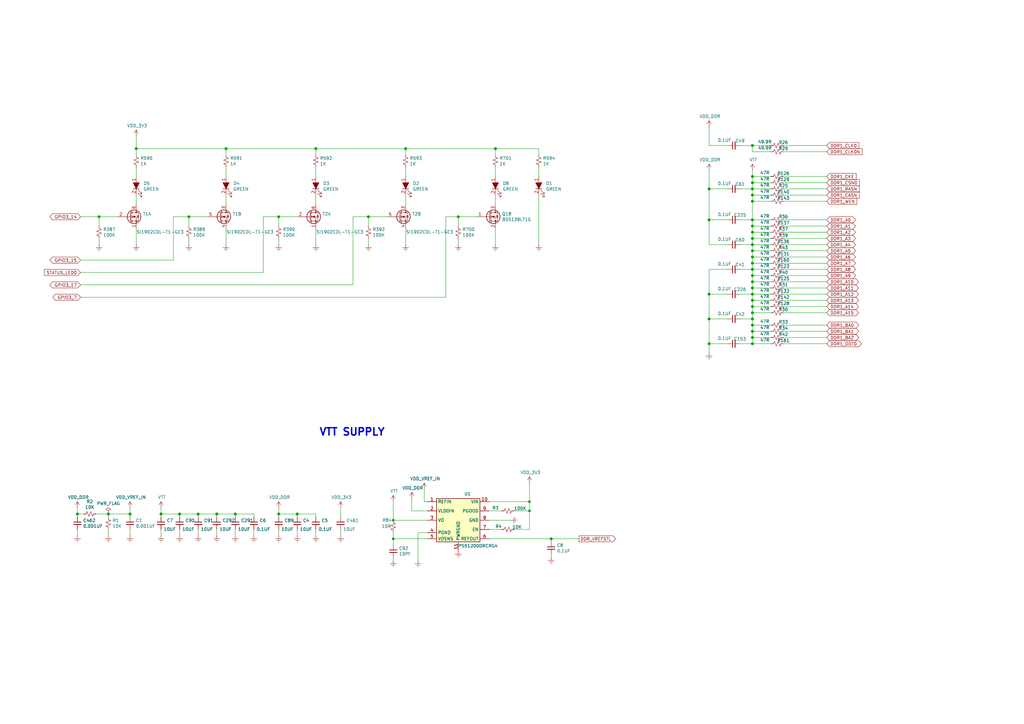
<source format=kicad_sch>
(kicad_sch (version 20210126) (generator eeschema)
  (paper "A3")
  (title_block (title "BeagleBone AI AM57x") (date "2021-01-15") (rev "Kicad-A1") (company "KiCad Services Corporation"))
  (junction (at 31.75 210.82) (diameter 1.016))
  (junction (at 40.64 88.9) (diameter 1.016))
  (junction (at 44.45 210.82) (diameter 1.016))
  (junction (at 53.34 210.82) (diameter 1.016))
  (junction (at 55.88 60.96) (diameter 1.016))
  (junction (at 66.04 210.82) (diameter 1.016))
  (junction (at 73.66 210.82) (diameter 1.016))
  (junction (at 77.47 88.9) (diameter 1.016))
  (junction (at 81.28 210.82) (diameter 1.016))
  (junction (at 88.9 210.82) (diameter 1.016))
  (junction (at 92.71 60.96) (diameter 1.016))
  (junction (at 96.52 210.82) (diameter 1.016))
  (junction (at 114.3 88.9) (diameter 1.016))
  (junction (at 114.3 210.82) (diameter 1.016))
  (junction (at 121.92 210.82) (diameter 1.016))
  (junction (at 129.54 60.96) (diameter 1.016))
  (junction (at 151.13 88.9) (diameter 1.016))
  (junction (at 161.29 213.36) (diameter 0.9144))
  (junction (at 161.29 220.98) (diameter 0.9144))
  (junction (at 166.37 60.96) (diameter 1.016))
  (junction (at 187.96 88.9) (diameter 1.016))
  (junction (at 203.2 60.96) (diameter 1.016))
  (junction (at 217.17 205.74) (diameter 0.9144))
  (junction (at 217.17 209.55) (diameter 0.9144))
  (junction (at 226.06 220.98) (diameter 1.016))
  (junction (at 290.83 77.47) (diameter 1.016))
  (junction (at 290.83 90.17) (diameter 1.016))
  (junction (at 290.83 120.65) (diameter 1.016))
  (junction (at 290.83 130.81) (diameter 1.016))
  (junction (at 290.83 140.97) (diameter 1.016))
  (junction (at 308.61 59.69) (diameter 1.016))
  (junction (at 308.61 72.39) (diameter 1.016))
  (junction (at 308.61 74.93) (diameter 1.016))
  (junction (at 308.61 77.47) (diameter 1.016))
  (junction (at 308.61 80.01) (diameter 1.016))
  (junction (at 308.61 82.55) (diameter 1.016))
  (junction (at 308.61 90.17) (diameter 1.016))
  (junction (at 308.61 92.71) (diameter 1.016))
  (junction (at 308.61 95.25) (diameter 1.016))
  (junction (at 308.61 97.79) (diameter 1.016))
  (junction (at 308.61 100.33) (diameter 1.016))
  (junction (at 308.61 102.87) (diameter 1.016))
  (junction (at 308.61 105.41) (diameter 1.016))
  (junction (at 308.61 107.95) (diameter 1.016))
  (junction (at 308.61 110.49) (diameter 1.016))
  (junction (at 308.61 113.03) (diameter 1.016))
  (junction (at 308.61 115.57) (diameter 1.016))
  (junction (at 308.61 118.11) (diameter 1.016))
  (junction (at 308.61 120.65) (diameter 1.016))
  (junction (at 308.61 123.19) (diameter 1.016))
  (junction (at 308.61 125.73) (diameter 1.016))
  (junction (at 308.61 128.27) (diameter 1.016))
  (junction (at 308.61 130.81) (diameter 1.016))
  (junction (at 308.61 133.35) (diameter 1.016))
  (junction (at 308.61 135.89) (diameter 1.016))
  (junction (at 308.61 138.43) (diameter 1.016))
  (junction (at 308.61 140.97) (diameter 1.016))
  (wire (pts (xy 31.75 208.28) (xy 31.75 210.82)))
  (wire (pts (xy 31.75 210.82) (xy 31.75 212.09)))
  (wire (pts (xy 31.75 210.82) (xy 34.29 210.82)))
  (wire (pts (xy 31.75 217.17) (xy 31.75 219.71)))
  (wire (pts (xy 33.02 88.9) (xy 40.64 88.9)))
  (wire (pts (xy 33.02 106.68) (xy 71.12 106.68)))
  (wire (pts (xy 33.02 111.76) (xy 107.95 111.76)))
  (wire (pts (xy 33.02 116.84) (xy 144.78 116.84)))
  (wire (pts (xy 33.02 121.92) (xy 182.88 121.92)))
  (wire (pts (xy 39.37 210.82) (xy 44.45 210.82)))
  (wire (pts (xy 40.64 88.9) (xy 48.26 88.9)))
  (wire (pts (xy 40.64 92.71) (xy 40.64 88.9)))
  (wire (pts (xy 40.64 97.79) (xy 40.64 100.33)))
  (wire (pts (xy 44.45 210.82) (xy 44.45 212.09)))
  (wire (pts (xy 44.45 210.82) (xy 53.34 210.82)))
  (wire (pts (xy 44.45 217.17) (xy 44.45 219.71)))
  (wire (pts (xy 53.34 210.82) (xy 53.34 208.28)))
  (wire (pts (xy 53.34 210.82) (xy 53.34 212.09)))
  (wire (pts (xy 53.34 217.17) (xy 53.34 219.71)))
  (wire (pts (xy 55.88 55.88) (xy 55.88 60.96)))
  (wire (pts (xy 55.88 60.96) (xy 55.88 63.5)))
  (wire (pts (xy 55.88 68.58) (xy 55.88 72.39)))
  (wire (pts (xy 55.88 80.01) (xy 55.88 83.82)))
  (wire (pts (xy 55.88 93.98) (xy 55.88 100.33)))
  (wire (pts (xy 66.04 210.82) (xy 66.04 208.28)))
  (wire (pts (xy 66.04 210.82) (xy 66.04 212.09)))
  (wire (pts (xy 66.04 217.17) (xy 66.04 219.71)))
  (wire (pts (xy 71.12 88.9) (xy 77.47 88.9)))
  (wire (pts (xy 71.12 106.68) (xy 71.12 88.9)))
  (wire (pts (xy 73.66 210.82) (xy 66.04 210.82)))
  (wire (pts (xy 73.66 210.82) (xy 73.66 212.09)))
  (wire (pts (xy 73.66 217.17) (xy 73.66 219.71)))
  (wire (pts (xy 77.47 88.9) (xy 85.09 88.9)))
  (wire (pts (xy 77.47 92.71) (xy 77.47 88.9)))
  (wire (pts (xy 77.47 97.79) (xy 77.47 100.33)))
  (wire (pts (xy 81.28 210.82) (xy 73.66 210.82)))
  (wire (pts (xy 81.28 210.82) (xy 81.28 212.09)))
  (wire (pts (xy 81.28 217.17) (xy 81.28 219.71)))
  (wire (pts (xy 88.9 210.82) (xy 81.28 210.82)))
  (wire (pts (xy 88.9 210.82) (xy 88.9 212.09)))
  (wire (pts (xy 88.9 217.17) (xy 88.9 219.71)))
  (wire (pts (xy 92.71 60.96) (xy 55.88 60.96)))
  (wire (pts (xy 92.71 60.96) (xy 92.71 63.5)))
  (wire (pts (xy 92.71 68.58) (xy 92.71 72.39)))
  (wire (pts (xy 92.71 80.01) (xy 92.71 83.82)))
  (wire (pts (xy 92.71 93.98) (xy 92.71 100.33)))
  (wire (pts (xy 96.52 210.82) (xy 88.9 210.82)))
  (wire (pts (xy 96.52 210.82) (xy 96.52 212.09)))
  (wire (pts (xy 96.52 217.17) (xy 96.52 219.71)))
  (wire (pts (xy 104.14 210.82) (xy 96.52 210.82)))
  (wire (pts (xy 104.14 210.82) (xy 104.14 212.09)))
  (wire (pts (xy 104.14 217.17) (xy 104.14 219.71)))
  (wire (pts (xy 107.95 88.9) (xy 114.3 88.9)))
  (wire (pts (xy 107.95 111.76) (xy 107.95 88.9)))
  (wire (pts (xy 114.3 88.9) (xy 121.92 88.9)))
  (wire (pts (xy 114.3 92.71) (xy 114.3 88.9)))
  (wire (pts (xy 114.3 97.79) (xy 114.3 100.33)))
  (wire (pts (xy 114.3 208.28) (xy 114.3 210.82)))
  (wire (pts (xy 114.3 210.82) (xy 114.3 212.09)))
  (wire (pts (xy 114.3 217.17) (xy 114.3 219.71)))
  (wire (pts (xy 121.92 210.82) (xy 114.3 210.82)))
  (wire (pts (xy 121.92 210.82) (xy 121.92 212.09)))
  (wire (pts (xy 121.92 217.17) (xy 121.92 219.71)))
  (wire (pts (xy 129.54 60.96) (xy 92.71 60.96)))
  (wire (pts (xy 129.54 60.96) (xy 129.54 63.5)))
  (wire (pts (xy 129.54 68.58) (xy 129.54 72.39)))
  (wire (pts (xy 129.54 80.01) (xy 129.54 83.82)))
  (wire (pts (xy 129.54 93.98) (xy 129.54 100.33)))
  (wire (pts (xy 129.54 210.82) (xy 121.92 210.82)))
  (wire (pts (xy 129.54 210.82) (xy 129.54 212.09)))
  (wire (pts (xy 129.54 217.17) (xy 129.54 219.71)))
  (wire (pts (xy 139.7 208.28) (xy 139.7 212.09)))
  (wire (pts (xy 139.7 217.17) (xy 139.7 219.71)))
  (wire (pts (xy 144.78 88.9) (xy 151.13 88.9)))
  (wire (pts (xy 144.78 116.84) (xy 144.78 88.9)))
  (wire (pts (xy 151.13 88.9) (xy 158.75 88.9)))
  (wire (pts (xy 151.13 92.71) (xy 151.13 88.9)))
  (wire (pts (xy 151.13 97.79) (xy 151.13 100.33)))
  (wire (pts (xy 161.29 205.74) (xy 161.29 213.36)))
  (wire (pts (xy 161.29 213.36) (xy 175.26 213.36)))
  (wire (pts (xy 161.29 218.44) (xy 161.29 220.98)))
  (wire (pts (xy 161.29 220.98) (xy 161.29 223.52)))
  (wire (pts (xy 161.29 220.98) (xy 175.26 220.98)))
  (wire (pts (xy 161.29 228.6) (xy 161.29 229.87)))
  (wire (pts (xy 166.37 60.96) (xy 129.54 60.96)))
  (wire (pts (xy 166.37 60.96) (xy 166.37 63.5)))
  (wire (pts (xy 166.37 68.58) (xy 166.37 72.39)))
  (wire (pts (xy 166.37 80.01) (xy 166.37 83.82)))
  (wire (pts (xy 166.37 93.98) (xy 166.37 100.33)))
  (wire (pts (xy 168.91 204.47) (xy 168.91 209.55)))
  (wire (pts (xy 171.45 218.44) (xy 171.45 229.87)))
  (wire (pts (xy 171.45 218.44) (xy 175.26 218.44)))
  (wire (pts (xy 173.99 205.74) (xy 173.99 200.66)))
  (wire (pts (xy 175.26 205.74) (xy 173.99 205.74)))
  (wire (pts (xy 175.26 209.55) (xy 168.91 209.55)))
  (wire (pts (xy 182.88 88.9) (xy 187.96 88.9)))
  (wire (pts (xy 182.88 121.92) (xy 182.88 88.9)))
  (wire (pts (xy 187.96 88.9) (xy 195.58 88.9)))
  (wire (pts (xy 187.96 92.71) (xy 187.96 88.9)))
  (wire (pts (xy 187.96 97.79) (xy 187.96 100.33)))
  (wire (pts (xy 200.66 205.74) (xy 217.17 205.74)))
  (wire (pts (xy 200.66 209.55) (xy 205.74 209.55)))
  (wire (pts (xy 200.66 213.36) (xy 209.55 213.36)))
  (wire (pts (xy 200.66 217.17) (xy 205.74 217.17)))
  (wire (pts (xy 200.66 220.98) (xy 226.06 220.98)))
  (wire (pts (xy 203.2 60.96) (xy 166.37 60.96)))
  (wire (pts (xy 203.2 60.96) (xy 203.2 63.5)))
  (wire (pts (xy 203.2 68.58) (xy 203.2 72.39)))
  (wire (pts (xy 203.2 80.01) (xy 203.2 83.82)))
  (wire (pts (xy 203.2 93.98) (xy 203.2 100.33)))
  (wire (pts (xy 210.82 209.55) (xy 217.17 209.55)))
  (wire (pts (xy 210.82 217.17) (xy 217.17 217.17)))
  (wire (pts (xy 217.17 198.12) (xy 217.17 205.74)))
  (wire (pts (xy 217.17 205.74) (xy 217.17 209.55)))
  (wire (pts (xy 217.17 209.55) (xy 217.17 217.17)))
  (wire (pts (xy 220.98 60.96) (xy 203.2 60.96)))
  (wire (pts (xy 220.98 60.96) (xy 220.98 63.5)))
  (wire (pts (xy 220.98 68.58) (xy 220.98 72.39)))
  (wire (pts (xy 220.98 80.01) (xy 220.98 100.33)))
  (wire (pts (xy 226.06 220.98) (xy 226.06 222.25)))
  (wire (pts (xy 226.06 220.98) (xy 237.49 220.98)))
  (wire (pts (xy 226.06 227.33) (xy 226.06 228.6)))
  (wire (pts (xy 290.83 52.07) (xy 290.83 59.69)))
  (wire (pts (xy 290.83 69.85) (xy 290.83 77.47)))
  (wire (pts (xy 290.83 90.17) (xy 290.83 77.47)))
  (wire (pts (xy 290.83 100.33) (xy 290.83 90.17)))
  (wire (pts (xy 290.83 110.49) (xy 290.83 120.65)))
  (wire (pts (xy 290.83 120.65) (xy 290.83 130.81)))
  (wire (pts (xy 290.83 120.65) (xy 298.45 120.65)))
  (wire (pts (xy 290.83 130.81) (xy 290.83 140.97)))
  (wire (pts (xy 290.83 130.81) (xy 298.45 130.81)))
  (wire (pts (xy 290.83 140.97) (xy 290.83 144.78)))
  (wire (pts (xy 290.83 140.97) (xy 298.45 140.97)))
  (wire (pts (xy 298.45 59.69) (xy 290.83 59.69)))
  (wire (pts (xy 298.45 77.47) (xy 290.83 77.47)))
  (wire (pts (xy 298.45 90.17) (xy 290.83 90.17)))
  (wire (pts (xy 298.45 100.33) (xy 290.83 100.33)))
  (wire (pts (xy 298.45 110.49) (xy 290.83 110.49)))
  (wire (pts (xy 303.53 59.69) (xy 308.61 59.69)))
  (wire (pts (xy 303.53 77.47) (xy 308.61 77.47)))
  (wire (pts (xy 303.53 90.17) (xy 308.61 90.17)))
  (wire (pts (xy 303.53 100.33) (xy 308.61 100.33)))
  (wire (pts (xy 303.53 110.49) (xy 308.61 110.49)))
  (wire (pts (xy 303.53 120.65) (xy 308.61 120.65)))
  (wire (pts (xy 303.53 130.81) (xy 308.61 130.81)))
  (wire (pts (xy 303.53 140.97) (xy 308.61 140.97)))
  (wire (pts (xy 308.61 59.69) (xy 308.61 62.23)))
  (wire (pts (xy 308.61 59.69) (xy 316.23 59.69)))
  (wire (pts (xy 308.61 62.23) (xy 316.23 62.23)))
  (wire (pts (xy 308.61 69.85) (xy 308.61 72.39)))
  (wire (pts (xy 308.61 72.39) (xy 308.61 74.93)))
  (wire (pts (xy 308.61 72.39) (xy 316.23 72.39)))
  (wire (pts (xy 308.61 74.93) (xy 308.61 77.47)))
  (wire (pts (xy 308.61 74.93) (xy 316.23 74.93)))
  (wire (pts (xy 308.61 77.47) (xy 308.61 80.01)))
  (wire (pts (xy 308.61 77.47) (xy 316.23 77.47)))
  (wire (pts (xy 308.61 80.01) (xy 308.61 82.55)))
  (wire (pts (xy 308.61 80.01) (xy 316.23 80.01)))
  (wire (pts (xy 308.61 82.55) (xy 308.61 90.17)))
  (wire (pts (xy 308.61 90.17) (xy 316.23 90.17)))
  (wire (pts (xy 308.61 92.71) (xy 308.61 90.17)))
  (wire (pts (xy 308.61 92.71) (xy 316.23 92.71)))
  (wire (pts (xy 308.61 95.25) (xy 308.61 92.71)))
  (wire (pts (xy 308.61 95.25) (xy 316.23 95.25)))
  (wire (pts (xy 308.61 97.79) (xy 308.61 95.25)))
  (wire (pts (xy 308.61 97.79) (xy 316.23 97.79)))
  (wire (pts (xy 308.61 100.33) (xy 308.61 97.79)))
  (wire (pts (xy 308.61 100.33) (xy 316.23 100.33)))
  (wire (pts (xy 308.61 102.87) (xy 308.61 100.33)))
  (wire (pts (xy 308.61 102.87) (xy 316.23 102.87)))
  (wire (pts (xy 308.61 105.41) (xy 308.61 102.87)))
  (wire (pts (xy 308.61 105.41) (xy 316.23 105.41)))
  (wire (pts (xy 308.61 107.95) (xy 308.61 105.41)))
  (wire (pts (xy 308.61 107.95) (xy 316.23 107.95)))
  (wire (pts (xy 308.61 110.49) (xy 308.61 107.95)))
  (wire (pts (xy 308.61 110.49) (xy 316.23 110.49)))
  (wire (pts (xy 308.61 113.03) (xy 308.61 110.49)))
  (wire (pts (xy 308.61 113.03) (xy 316.23 113.03)))
  (wire (pts (xy 308.61 115.57) (xy 308.61 113.03)))
  (wire (pts (xy 308.61 115.57) (xy 316.23 115.57)))
  (wire (pts (xy 308.61 118.11) (xy 308.61 115.57)))
  (wire (pts (xy 308.61 118.11) (xy 316.23 118.11)))
  (wire (pts (xy 308.61 120.65) (xy 308.61 118.11)))
  (wire (pts (xy 308.61 120.65) (xy 316.23 120.65)))
  (wire (pts (xy 308.61 123.19) (xy 308.61 120.65)))
  (wire (pts (xy 308.61 123.19) (xy 316.23 123.19)))
  (wire (pts (xy 308.61 125.73) (xy 308.61 123.19)))
  (wire (pts (xy 308.61 125.73) (xy 316.23 125.73)))
  (wire (pts (xy 308.61 128.27) (xy 308.61 125.73)))
  (wire (pts (xy 308.61 128.27) (xy 308.61 130.81)))
  (wire (pts (xy 308.61 128.27) (xy 316.23 128.27)))
  (wire (pts (xy 308.61 130.81) (xy 308.61 133.35)))
  (wire (pts (xy 308.61 133.35) (xy 316.23 133.35)))
  (wire (pts (xy 308.61 135.89) (xy 308.61 133.35)))
  (wire (pts (xy 308.61 135.89) (xy 316.23 135.89)))
  (wire (pts (xy 308.61 138.43) (xy 308.61 135.89)))
  (wire (pts (xy 308.61 138.43) (xy 316.23 138.43)))
  (wire (pts (xy 308.61 140.97) (xy 308.61 138.43)))
  (wire (pts (xy 308.61 140.97) (xy 316.23 140.97)))
  (wire (pts (xy 316.23 82.55) (xy 308.61 82.55)))
  (wire (pts (xy 321.31 59.69) (xy 339.09 59.69)))
  (wire (pts (xy 321.31 62.23) (xy 339.09 62.23)))
  (wire (pts (xy 321.31 72.39) (xy 339.09 72.39)))
  (wire (pts (xy 321.31 74.93) (xy 339.09 74.93)))
  (wire (pts (xy 321.31 77.47) (xy 339.09 77.47)))
  (wire (pts (xy 321.31 80.01) (xy 339.09 80.01)))
  (wire (pts (xy 321.31 82.55) (xy 339.09 82.55)))
  (wire (pts (xy 321.31 90.17) (xy 339.09 90.17)))
  (wire (pts (xy 321.31 92.71) (xy 339.09 92.71)))
  (wire (pts (xy 321.31 95.25) (xy 339.09 95.25)))
  (wire (pts (xy 321.31 97.79) (xy 339.09 97.79)))
  (wire (pts (xy 321.31 100.33) (xy 339.09 100.33)))
  (wire (pts (xy 321.31 102.87) (xy 339.09 102.87)))
  (wire (pts (xy 321.31 105.41) (xy 339.09 105.41)))
  (wire (pts (xy 321.31 107.95) (xy 339.09 107.95)))
  (wire (pts (xy 321.31 110.49) (xy 339.09 110.49)))
  (wire (pts (xy 321.31 113.03) (xy 339.09 113.03)))
  (wire (pts (xy 321.31 115.57) (xy 339.09 115.57)))
  (wire (pts (xy 321.31 118.11) (xy 339.09 118.11)))
  (wire (pts (xy 321.31 120.65) (xy 339.09 120.65)))
  (wire (pts (xy 321.31 123.19) (xy 339.09 123.19)))
  (wire (pts (xy 321.31 125.73) (xy 339.09 125.73)))
  (wire (pts (xy 321.31 128.27) (xy 339.09 128.27)))
  (wire (pts (xy 321.31 133.35) (xy 339.09 133.35)))
  (wire (pts (xy 321.31 135.89) (xy 339.09 135.89)))
  (wire (pts (xy 321.31 138.43) (xy 339.09 138.43)))
  (wire (pts (xy 321.31 140.97) (xy 339.09 140.97)))
  (text "VTT SUPPLY" (at 130.81 179.07 0) (effects (font (size 3 3) (thickness 0.6) bold) (justify left bottom)))
  (global_label "GPIO3_14" (shape bidirectional) (at 33.02 88.9 180) (property "Intersheet References" "${INTERSHEET_REFS}" (at 20.0115 88.8206 0) (effects (justify right))))
  (global_label "GPIO3_15" (shape bidirectional) (at 33.02 106.68 180) (property "Intersheet References" "${INTERSHEET_REFS}" (at 20.0115 106.6006 0) (effects (justify right))))
  (global_label "STATUS_LED0" (shape input) (at 33.02 111.76 180) (property "Intersheet References" "${INTERSHEET_REFS}" (at 16.6853 111.6806 0) (effects (justify right))))
  (global_label "GPIO3_17" (shape bidirectional) (at 33.02 116.84 180) (property "Intersheet References" "${INTERSHEET_REFS}" (at 20.0115 116.7606 0) (effects (justify right))))
  (global_label "GPIO3_7" (shape bidirectional) (at 33.02 121.92 180) (property "Intersheet References" "${INTERSHEET_REFS}" (at 21.221 121.8406 0) (effects (justify right))))
  (global_label "DDR_VREFSTL" (shape output) (at 237.49 220.98 0) (property "Intersheet References" "${INTERSHEET_REFS}" (at 254.0061 220.9006 0) (effects (justify left))))
  (global_label "DDR1_CLK0" (shape input) (at 339.09 59.69 0) (property "Intersheet References" "${INTERSHEET_REFS}" (at 353.7919 59.6106 0) (effects (justify left))))
  (global_label "DDR1_CLK0N" (shape input) (at 339.09 62.23 0) (property "Intersheet References" "${INTERSHEET_REFS}" (at 355.1223 62.1506 0) (effects (justify left))))
  (global_label "DDR1_CKE" (shape input) (at 339.09 72.39 0) (property "Intersheet References" "${INTERSHEET_REFS}" (at 352.7033 72.3106 0) (effects (justify left))))
  (global_label "DDR1_CSN0" (shape input) (at 339.09 74.93 0) (property "Intersheet References" "${INTERSHEET_REFS}" (at 354.0338 74.8506 0) (effects (justify left))))
  (global_label "DDR1_RASN" (shape input) (at 339.09 77.47 0) (property "Intersheet References" "${INTERSHEET_REFS}" (at 353.9128 77.3906 0) (effects (justify left))))
  (global_label "DDR1_CASN" (shape input) (at 339.09 80.01 0) (property "Intersheet References" "${INTERSHEET_REFS}" (at 353.9128 79.9306 0) (effects (justify left))))
  (global_label "DDR1_WEN" (shape input) (at 339.09 82.55 0) (property "Intersheet References" "${INTERSHEET_REFS}" (at 352.9452 82.4706 0) (effects (justify left))))
  (global_label "DDR1_A0" (shape bidirectional) (at 339.09 90.17 0) (property "Intersheet References" "${INTERSHEET_REFS}" (at 351.3123 90.0906 0) (effects (justify left))))
  (global_label "DDR1_A1" (shape bidirectional) (at 339.09 92.71 0) (property "Intersheet References" "${INTERSHEET_REFS}" (at 351.3123 92.6306 0) (effects (justify left))))
  (global_label "DDR1_A2" (shape bidirectional) (at 339.09 95.25 0) (property "Intersheet References" "${INTERSHEET_REFS}" (at 351.3123 95.1706 0) (effects (justify left))))
  (global_label "DDR1_A3" (shape bidirectional) (at 339.09 97.79 0) (property "Intersheet References" "${INTERSHEET_REFS}" (at 351.3123 97.7106 0) (effects (justify left))))
  (global_label "DDR1_A4" (shape bidirectional) (at 339.09 100.33 0) (property "Intersheet References" "${INTERSHEET_REFS}" (at 351.3123 100.2506 0) (effects (justify left))))
  (global_label "DDR1_A5" (shape bidirectional) (at 339.09 102.87 0) (property "Intersheet References" "${INTERSHEET_REFS}" (at 351.3123 102.7906 0) (effects (justify left))))
  (global_label "DDR1_A6" (shape bidirectional) (at 339.09 105.41 0) (property "Intersheet References" "${INTERSHEET_REFS}" (at 351.3123 105.3306 0) (effects (justify left))))
  (global_label "DDR1_A7" (shape bidirectional) (at 339.09 107.95 0) (property "Intersheet References" "${INTERSHEET_REFS}" (at 351.3123 107.8706 0) (effects (justify left))))
  (global_label "DDR1_A8" (shape bidirectional) (at 339.09 110.49 0) (property "Intersheet References" "${INTERSHEET_REFS}" (at 351.3123 110.4106 0) (effects (justify left))))
  (global_label "DDR1_A9" (shape bidirectional) (at 339.09 113.03 0) (property "Intersheet References" "${INTERSHEET_REFS}" (at 351.3123 112.9506 0) (effects (justify left))))
  (global_label "DDR1_A10" (shape bidirectional) (at 339.09 115.57 0) (property "Intersheet References" "${INTERSHEET_REFS}" (at 351.3123 115.4906 0) (effects (justify left))))
  (global_label "DDR1_A11" (shape bidirectional) (at 339.09 118.11 0) (property "Intersheet References" "${INTERSHEET_REFS}" (at 351.3123 118.0306 0) (effects (justify left))))
  (global_label "DDR1_A12" (shape bidirectional) (at 339.09 120.65 0) (property "Intersheet References" "${INTERSHEET_REFS}" (at 351.3123 120.5706 0) (effects (justify left))))
  (global_label "DDR1_A13" (shape bidirectional) (at 339.09 123.19 0) (property "Intersheet References" "${INTERSHEET_REFS}" (at 351.3123 123.1106 0) (effects (justify left))))
  (global_label "DDR1_A14" (shape bidirectional) (at 339.09 125.73 0) (property "Intersheet References" "${INTERSHEET_REFS}" (at 351.3123 125.6506 0) (effects (justify left))))
  (global_label "DDR1_A15" (shape bidirectional) (at 339.09 128.27 0) (property "Intersheet References" "${INTERSHEET_REFS}" (at 351.3123 128.1906 0) (effects (justify left))))
  (global_label "DDR1_BA0" (shape bidirectional) (at 339.09 133.35 0) (property "Intersheet References" "${INTERSHEET_REFS}" (at 352.5823 133.2706 0) (effects (justify left))))
  (global_label "DDR1_BA1" (shape bidirectional) (at 339.09 135.89 0) (property "Intersheet References" "${INTERSHEET_REFS}" (at 352.5823 135.8106 0) (effects (justify left))))
  (global_label "DDR1_BA2" (shape bidirectional) (at 339.09 138.43 0) (property "Intersheet References" "${INTERSHEET_REFS}" (at 352.5823 138.3506 0) (effects (justify left))))
  (global_label "DDR1_ODT0" (shape bidirectional) (at 339.09 140.97 0) (property "Intersheet References" "${INTERSHEET_REFS}" (at 353.7919 140.8906 0) (effects (justify left))))
  (symbol (lib_id "power:PWR_FLAG") (at 44.45 210.82 0) (unit 1)
    (property "Reference" "#FLG0126" (effects hide))
    (property "Value" "PWR_FLAG" (at 44.45 206.4956 0))
  )
  (symbol (lib_id "beaglebone-ai:VDD_DDR") (at 31.75 208.28 0) (unit 1)
    (property "Reference" "#PWR0253" (effects hide))
    (property "Value" "VDD_DDR" (at 32.1183 203.9556 0))
  )
  (symbol (lib_id "beaglebone-ai:DDR_VREF_IN") (at 53.34 208.28 0) (unit 1)
    (property "Reference" "#PWR0258" (effects hide))
    (property "Value" "DDR_VREF_IN" (at 53.7083 203.9556 0))
  )
  (symbol (lib_id "beaglebone-ai:VDD_3V3") (at 55.88 55.88 0) (unit 1)
    (property "Reference" "#PWR0272" (effects hide))
    (property "Value" "VDD_3V3" (at 56.2483 51.5556 0))
  )
  (symbol (lib_id "beaglebone-ai:VTT") (at 66.04 208.28 0) (unit 1)
    (property "Reference" "#PWR0257" (effects hide))
    (property "Value" "VTT" (at 66.4083 203.9556 0))
  )
  (symbol (lib_id "beaglebone-ai:VDD_DDR") (at 114.3 208.28 0) (unit 1)
    (property "Reference" "#PWR0284" (effects hide))
    (property "Value" "VDD_DDR" (at 114.6683 203.9556 0))
  )
  (symbol (lib_id "beaglebone-ai:VDD_3V3") (at 139.7 208.28 0) (unit 1)
    (property "Reference" "#PWR0261" (effects hide))
    (property "Value" "VDD_3V3" (at 140.0683 203.9556 0))
  )
  (symbol (lib_id "beaglebone-ai:VTT") (at 161.29 205.74 0) (unit 1)
    (property "Reference" "#PWR0264" (effects hide))
    (property "Value" "VTT" (at 161.6583 201.4156 0))
  )
  (symbol (lib_id "beaglebone-ai:VDD_DDR") (at 168.91 204.47 0) (unit 1)
    (property "Reference" "#PWR0281" (effects hide))
    (property "Value" "VDD_DDR" (at 169.2783 200.1456 0))
  )
  (symbol (lib_id "beaglebone-ai:DDR_VREF_IN") (at 173.99 200.66 0) (unit 1)
    (property "Reference" "#PWR0263" (effects hide))
    (property "Value" "DDR_VREF_IN" (at 174.3583 196.3356 0))
  )
  (symbol (lib_id "beaglebone-ai:VDD_3V3") (at 217.17 198.12 0) (unit 1)
    (property "Reference" "#PWR0274" (effects hide))
    (property "Value" "VDD_3V3" (at 217.5383 193.7956 0))
  )
  (symbol (lib_id "beaglebone-ai:VDD_DDR") (at 290.83 52.07 0) (unit 1)
    (property "Reference" "#PWR0297" (effects hide))
    (property "Value" "VDD_DDR" (at 291.1983 47.7456 0))
  )
  (symbol (lib_id "beaglebone-ai:VDD_DDR") (at 290.83 69.85 0) (unit 1)
    (property "Reference" "#PWR0295" (effects hide))
    (property "Value" "VDD_DDR" (at 291.1983 65.5256 0))
  )
  (symbol (lib_id "beaglebone-ai:VTT") (at 308.61 69.85 0) (unit 1)
    (property "Reference" "#PWR0296" (effects hide))
    (property "Value" "VTT" (at 308.9783 65.5256 0))
  )
  (symbol (lib_id "power:Earth") (at 31.75 219.71 0) (unit 1)
    (property "Reference" "#PWR0259" (effects hide))
    (property "Value" "Earth" (effects hide))
  )
  (symbol (lib_id "power:Earth") (at 40.64 100.33 0) (unit 1)
    (property "Reference" "#PWR0266" (effects hide))
    (property "Value" "Earth" (effects hide))
  )
  (symbol (lib_id "power:Earth") (at 44.45 219.71 0) (unit 1)
    (property "Reference" "#PWR0254" (effects hide))
    (property "Value" "Earth" (effects hide))
  )
  (symbol (lib_id "power:Earth") (at 53.34 219.71 0) (unit 1)
    (property "Reference" "#PWR0255" (effects hide))
    (property "Value" "Earth" (effects hide))
  )
  (symbol (lib_id "power:Earth") (at 55.88 100.33 0) (unit 1)
    (property "Reference" "#PWR0267" (effects hide))
    (property "Value" "Earth" (effects hide))
  )
  (symbol (lib_id "power:Earth") (at 66.04 219.71 0) (unit 1)
    (property "Reference" "#PWR0256" (effects hide))
    (property "Value" "Earth" (effects hide))
  )
  (symbol (lib_id "power:Earth") (at 73.66 219.71 0) (unit 1)
    (property "Reference" "#PWR0285" (effects hide))
    (property "Value" "Earth" (effects hide))
  )
  (symbol (lib_id "power:Earth") (at 77.47 100.33 0) (unit 1)
    (property "Reference" "#PWR0268" (effects hide))
    (property "Value" "Earth" (effects hide))
  )
  (symbol (lib_id "power:Earth") (at 81.28 219.71 0) (unit 1)
    (property "Reference" "#PWR0286" (effects hide))
    (property "Value" "Earth" (effects hide))
  )
  (symbol (lib_id "power:Earth") (at 88.9 219.71 0) (unit 1)
    (property "Reference" "#PWR0287" (effects hide))
    (property "Value" "Earth" (effects hide))
  )
  (symbol (lib_id "power:Earth") (at 92.71 100.33 0) (unit 1)
    (property "Reference" "#PWR0269" (effects hide))
    (property "Value" "Earth" (effects hide))
  )
  (symbol (lib_id "power:Earth") (at 96.52 219.71 0) (unit 1)
    (property "Reference" "#PWR0283" (effects hide))
    (property "Value" "Earth" (effects hide))
  )
  (symbol (lib_id "power:Earth") (at 104.14 219.71 0) (unit 1)
    (property "Reference" "#PWR0289" (effects hide))
    (property "Value" "Earth" (effects hide))
  )
  (symbol (lib_id "power:Earth") (at 114.3 100.33 0) (unit 1)
    (property "Reference" "#PWR0270" (effects hide))
    (property "Value" "Earth" (effects hide))
  )
  (symbol (lib_id "power:Earth") (at 114.3 219.71 0) (unit 1)
    (property "Reference" "#PWR0288" (effects hide))
    (property "Value" "Earth" (effects hide))
  )
  (symbol (lib_id "power:Earth") (at 121.92 219.71 0) (unit 1)
    (property "Reference" "#PWR0265" (effects hide))
    (property "Value" "Earth" (effects hide))
  )
  (symbol (lib_id "power:Earth") (at 129.54 100.33 0) (unit 1)
    (property "Reference" "#PWR0271" (effects hide))
    (property "Value" "Earth" (effects hide))
  )
  (symbol (lib_id "power:Earth") (at 129.54 219.71 0) (unit 1)
    (property "Reference" "#PWR0262" (effects hide))
    (property "Value" "Earth" (effects hide))
  )
  (symbol (lib_id "power:Earth") (at 139.7 219.71 0) (unit 1)
    (property "Reference" "#PWR0260" (effects hide))
    (property "Value" "Earth" (effects hide))
  )
  (symbol (lib_id "power:Earth") (at 151.13 100.33 0) (unit 1)
    (property "Reference" "#PWR0294" (effects hide))
    (property "Value" "Earth" (effects hide))
  )
  (symbol (lib_id "power:Earth") (at 161.29 229.87 0) (unit 1)
    (property "Reference" "#PWR0275" (effects hide))
    (property "Value" "Earth" (effects hide))
  )
  (symbol (lib_id "power:Earth") (at 166.37 100.33 0) (unit 1)
    (property "Reference" "#PWR0293" (effects hide))
    (property "Value" "Earth" (effects hide))
  )
  (symbol (lib_id "power:Earth") (at 171.45 229.87 0) (unit 1)
    (property "Reference" "#PWR0280" (effects hide))
    (property "Value" "Earth" (effects hide))
  )
  (symbol (lib_id "power:Earth") (at 187.96 100.33 0) (unit 1)
    (property "Reference" "#PWR0290" (effects hide))
    (property "Value" "Earth" (effects hide))
  )
  (symbol (lib_id "power:Earth") (at 187.96 226.06 0) (unit 1)
    (property "Reference" "#PWR0276" (effects hide))
    (property "Value" "Earth" (effects hide))
  )
  (symbol (lib_id "power:Earth") (at 203.2 100.33 0) (unit 1)
    (property "Reference" "#PWR0291" (effects hide))
    (property "Value" "Earth" (effects hide))
  )
  (symbol (lib_id "power:Earth") (at 209.55 213.36 90) (unit 1)
    (property "Reference" "#PWR0279" (effects hide))
    (property "Value" "Earth" (effects hide))
  )
  (symbol (lib_id "power:Earth") (at 220.98 100.33 0) (unit 1)
    (property "Reference" "#PWR0292" (effects hide))
    (property "Value" "Earth" (effects hide))
  )
  (symbol (lib_id "power:Earth") (at 226.06 228.6 0) (unit 1)
    (property "Reference" "#PWR0278" (effects hide))
    (property "Value" "Earth" (effects hide))
  )
  (symbol (lib_id "power:Earth") (at 290.83 144.78 0) (unit 1)
    (property "Reference" "#PWR0273" (effects hide))
    (property "Value" "Earth" (effects hide))
  )
  (symbol (lib_id "Device:R_Small_US") (at 36.83 210.82 90) (unit 1)
    (property "Reference" "R2" (at 36.83 205.721 90))
    (property "Value" "10K" (at 36.83 208.02 90))
    (property "Footprint" "beaglebone-ai:R0402" (effects hide))
    (property "Description" "RES,10K,+/-1%,1/16W,SMD0402" (effects hide))
    (property "Manufacturer" "YAGEO" (effects hide))
    (property "Manufacturer P/N" "RC0402FR-0710KL" (effects hide))
    (property "Rating" "1%" (effects hide))
  )
  (symbol (lib_id "Device:R_Small_US") (at 40.64 95.25 0) (unit 1)
    (property "Reference" "R387" (at 42.291 94.101 0) (effects (justify left)))
    (property "Value" "100K" (at 42.291 96.399 0) (effects (justify left)))
    (property "Footprint" "beaglebone-ai:R0402" (effects hide))
    (property "Description" "RES,100K,+/-5%,1/16W,SMD0402" (effects hide))
    (property "Manufacturer" "YAGEO" (effects hide))
    (property "Manufacturer P/N" "RC0402JR-07100KL" (effects hide))
    (property "Rating" "5%" (effects hide))
  )
  (symbol (lib_id "Device:R_Small_US") (at 44.45 214.63 0) (unit 1)
    (property "Reference" "R1" (at 46.101 213.481 0) (effects (justify left)))
    (property "Value" "10K" (at 46.101 215.779 0) (effects (justify left)))
    (property "Footprint" "beaglebone-ai:R0402" (effects hide))
    (property "Description" "RES,10K,+/-1%,1/16W,SMD0402" (effects hide))
    (property "Manufacturer" "YAGEO" (effects hide))
    (property "Manufacturer P/N" "RC0402FR-0710KL" (effects hide))
    (property "Rating" "1%" (effects hide))
  )
  (symbol (lib_id "Device:R_Small_US") (at 55.88 66.04 0) (unit 1)
    (property "Reference" "R590" (at 57.531 64.891 0) (effects (justify left)))
    (property "Value" "1K" (at 57.531 67.189 0) (effects (justify left)))
    (property "Footprint" "beaglebone-ai:R0402" (effects hide))
    (property "Description" "RES,1K,+/-5%,1/16W,SMD0402" (effects hide))
    (property "Manufacturer" "YAGEO" (effects hide))
    (property "Manufacturer P/N" "RC0402JR-071KL" (effects hide))
    (property "Rating" "5%" (effects hide))
  )
  (symbol (lib_id "Device:R_Small_US") (at 77.47 95.25 0) (unit 1)
    (property "Reference" "R389" (at 79.121 94.101 0) (effects (justify left)))
    (property "Value" "100K" (at 79.121 96.399 0) (effects (justify left)))
    (property "Footprint" "beaglebone-ai:R0402" (effects hide))
    (property "Description" "RES,100K,+/-5%,1/16W,SMD0402" (effects hide))
    (property "Manufacturer" "YAGEO" (effects hide))
    (property "Manufacturer P/N" "RC0402JR-07100KL" (effects hide))
    (property "Rating" "5%" (effects hide))
  )
  (symbol (lib_id "Device:R_Small_US") (at 92.71 66.04 0) (unit 1)
    (property "Reference" "R591" (at 94.361 64.891 0) (effects (justify left)))
    (property "Value" "1K" (at 94.361 67.189 0) (effects (justify left)))
    (property "Footprint" "beaglebone-ai:R0402" (effects hide))
    (property "Description" "RES,1K,+/-5%,1/16W,SMD0402" (effects hide))
    (property "Manufacturer" "YAGEO" (effects hide))
    (property "Manufacturer P/N" "RC0402JR-071KL" (effects hide))
    (property "Rating" "5%" (effects hide))
  )
  (symbol (lib_id "Device:R_Small_US") (at 114.3 95.25 0) (unit 1)
    (property "Reference" "R390" (at 115.951 94.101 0) (effects (justify left)))
    (property "Value" "100K" (at 115.951 96.399 0) (effects (justify left)))
    (property "Footprint" "beaglebone-ai:R0402" (effects hide))
    (property "Description" "RES,100K,+/-5%,1/16W,SMD0402" (effects hide))
    (property "Manufacturer" "YAGEO" (effects hide))
    (property "Manufacturer P/N" "RC0402JR-07100KL" (effects hide))
    (property "Rating" "5%" (effects hide))
  )
  (symbol (lib_id "Device:R_Small_US") (at 129.54 66.04 0) (unit 1)
    (property "Reference" "R592" (at 131.191 64.891 0) (effects (justify left)))
    (property "Value" "1K" (at 131.191 67.189 0) (effects (justify left)))
    (property "Footprint" "beaglebone-ai:R0402" (effects hide))
    (property "Description" "RES,1K,+/-5%,1/16W,SMD0402" (effects hide))
    (property "Manufacturer" "YAGEO" (effects hide))
    (property "Manufacturer P/N" "RC0402JR-071KL" (effects hide))
    (property "Rating" "5%" (effects hide))
  )
  (symbol (lib_id "Device:R_Small_US") (at 151.13 95.25 0) (unit 1)
    (property "Reference" "R392" (at 152.781 94.101 0) (effects (justify left)))
    (property "Value" "100K" (at 152.781 96.399 0) (effects (justify left)))
    (property "Footprint" "beaglebone-ai:R0402" (effects hide))
    (property "Description" "RES,100K,+/-5%,1/16W,SMD0402" (effects hide))
    (property "Manufacturer" "YAGEO" (effects hide))
    (property "Manufacturer P/N" "RC0402JR-07100KL" (effects hide))
    (property "Rating" "5%" (effects hide))
  )
  (symbol (lib_id "Device:R_Small_US") (at 161.29 215.9 180) (unit 1)
    (property "Reference" "R84" (at 158.731 213.36 0))
    (property "Value" "10R" (at 158.49 215.9 0))
    (property "Footprint" "beaglebone-ai:R0402" (effects hide))
    (property "Description" "RES,10R,+/-1%,1/16W,SMD0402" (effects hide))
    (property "Manufacturer" "YAGEO" (effects hide))
    (property "Manufacturer P/N" "RC0402FR-0710RL" (effects hide))
    (property "Rating" "1%" (effects hide))
  )
  (symbol (lib_id "Device:R_Small_US") (at 166.37 66.04 0) (unit 1)
    (property "Reference" "R593" (at 168.021 64.891 0) (effects (justify left)))
    (property "Value" "1K" (at 168.021 67.189 0) (effects (justify left)))
    (property "Footprint" "beaglebone-ai:R0402" (effects hide))
    (property "Description" "RES,1K,+/-5%,1/16W,SMD0402" (effects hide))
    (property "Manufacturer" "YAGEO" (effects hide))
    (property "Manufacturer P/N" "RC0402JR-071KL" (effects hide))
    (property "Rating" "5%" (effects hide))
  )
  (symbol (lib_id "Device:R_Small_US") (at 187.96 95.25 0) (unit 1)
    (property "Reference" "R700" (at 189.611 94.101 0) (effects (justify left)))
    (property "Value" "100K" (at 189.611 96.399 0) (effects (justify left)))
    (property "Footprint" "beaglebone-ai:R0402" (effects hide))
    (property "Description" "RES,100K,+/-5%,1/16W,SMD0402" (effects hide))
    (property "Manufacturer" "YAGEO" (effects hide))
    (property "Manufacturer P/N" "RC0402JR-07100KL" (effects hide))
    (property "Rating" "5%" (effects hide))
  )
  (symbol (lib_id "Device:R_Small_US") (at 203.2 66.04 0) (unit 1)
    (property "Reference" "R701" (at 204.851 64.891 0) (effects (justify left)))
    (property "Value" "1K" (at 204.851 67.189 0) (effects (justify left)))
    (property "Footprint" "beaglebone-ai:R0402" (effects hide))
    (property "Description" "RES,1K,+/-5%,1/16W,SMD0402" (effects hide))
    (property "Manufacturer" "YAGEO" (effects hide))
    (property "Manufacturer P/N" "RC0402JR-071KL" (effects hide))
    (property "Rating" "5%" (effects hide))
  )
  (symbol (lib_id "Device:R_Small_US") (at 208.28 209.55 270) (unit 1)
    (property "Reference" "R3" (at 203.2 208.299 90))
    (property "Value" "100K" (at 213.36 208.54 90))
    (property "Footprint" "beaglebone-ai:R0402" (effects hide))
    (property "Description" "RES,100K,+/-5%,1/16W,SMD0402" (effects hide))
    (property "Manufacturer" "YAGEO" (effects hide))
    (property "Manufacturer P/N" "RC0402JR-07100KL" (effects hide))
    (property "Rating" "5%" (effects hide))
  )
  (symbol (lib_id "Device:R_Small_US") (at 208.28 217.17 270) (unit 1)
    (property "Reference" "R4" (at 204.47 215.919 90))
    (property "Value" "10K" (at 212.09 216.16 90))
    (property "Footprint" "beaglebone-ai:R0402" (effects hide))
    (property "Description" "RES,10K,+/-5%,1/16W,SMD0402" (effects hide))
    (property "Manufacturer" "YAGEO" (effects hide))
    (property "Manufacturer P/N" "RC0402JR-0710KL" (effects hide))
    (property "Rating" "5%" (effects hide))
  )
  (symbol (lib_id "Device:R_Small_US") (at 220.98 66.04 0) (unit 1)
    (property "Reference" "R594" (at 222.631 64.891 0) (effects (justify left)))
    (property "Value" "1K" (at 222.631 67.189 0) (effects (justify left)))
    (property "Footprint" "beaglebone-ai:R0402" (effects hide))
    (property "Description" "RES,1K,+/-5%,1/16W,SMD0402" (effects hide))
    (property "Manufacturer" "YAGEO" (effects hide))
    (property "Manufacturer P/N" "RC0402JR-071KL" (effects hide))
    (property "Rating" "5%" (effects hide))
  )
  (symbol (lib_id "Device:R_Small_US") (at 318.77 59.69 90) (unit 1)
    (property "Reference" "R26" (at 321.31 58.401 90))
    (property "Value" "49.9R" (at 313.69 58.16 90))
    (property "Footprint" "beaglebone-ai:R0402" (effects hide))
    (property "Description" "RES,49R9,+/-1%,1/16W,SMD0402" (effects hide))
    (property "Manufacturer" "YAGEO" (effects hide))
    (property "Manufacturer P/N" "RC0402FR-0749R9L" (effects hide))
    (property "Rating" "1%" (effects hide))
  )
  (symbol (lib_id "Device:R_Small_US") (at 318.77 62.23 90) (unit 1)
    (property "Reference" "R29" (at 321.31 60.941 90))
    (property "Value" "49.9R" (at 313.69 60.7 90))
    (property "Footprint" "beaglebone-ai:R0402" (effects hide))
    (property "Description" "RES,49R9,+/-1%,1/16W,SMD0402" (effects hide))
    (property "Manufacturer" "YAGEO" (effects hide))
    (property "Manufacturer P/N" "RC0402FR-0749R9L" (effects hide))
    (property "Rating" "1%" (effects hide))
  )
  (symbol (lib_id "Device:R_Small_US") (at 318.77 72.39 90) (unit 1)
    (property "Reference" "R126" (at 321.31 71.101 90))
    (property "Value" "47R" (at 313.69 70.86 90))
    (property "Footprint" "beaglebone-ai:R0402" (effects hide))
    (property "Description" "RES,47R,+/-1%,1/16W,SMD0402" (effects hide))
    (property "Manufacturer" "YAGEO" (effects hide))
    (property "Manufacturer P/N" "RC0402FR-0747RL" (effects hide))
    (property "Rating" "1%" (effects hide))
  )
  (symbol (lib_id "Device:R_Small_US") (at 318.77 74.93 90) (unit 1)
    (property "Reference" "R129" (at 321.31 73.641 90))
    (property "Value" "47R" (at 313.69 73.4 90))
    (property "Footprint" "beaglebone-ai:R0402" (effects hide))
    (property "Description" "RES,47R,+/-1%,1/16W,SMD0402" (effects hide))
    (property "Manufacturer" "YAGEO" (effects hide))
    (property "Manufacturer P/N" "RC0402FR-0747RL" (effects hide))
    (property "Rating" "1%" (effects hide))
  )
  (symbol (lib_id "Device:R_Small_US") (at 318.77 77.47 90) (unit 1)
    (property "Reference" "R25" (at 321.31 76.181 90))
    (property "Value" "47R" (at 313.69 75.94 90))
    (property "Footprint" "beaglebone-ai:R0402" (effects hide))
    (property "Description" "RES,47R,+/-1%,1/16W,SMD0402" (effects hide))
    (property "Manufacturer" "YAGEO" (effects hide))
    (property "Manufacturer P/N" "RC0402FR-0747RL" (effects hide))
    (property "Rating" "1%" (effects hide))
  )
  (symbol (lib_id "Device:R_Small_US") (at 318.77 80.01 90) (unit 1)
    (property "Reference" "R140" (at 321.31 78.721 90))
    (property "Value" "47R" (at 313.69 78.48 90))
    (property "Footprint" "beaglebone-ai:R0402" (effects hide))
    (property "Description" "RES,47R,+/-1%,1/16W,SMD0402" (effects hide))
    (property "Manufacturer" "YAGEO" (effects hide))
    (property "Manufacturer P/N" "RC0402FR-0747RL" (effects hide))
    (property "Rating" "1%" (effects hide))
  )
  (symbol (lib_id "Device:R_Small_US") (at 318.77 82.55 90) (unit 1)
    (property "Reference" "R143" (at 321.31 81.261 90))
    (property "Value" "47R" (at 313.69 81.02 90))
    (property "Footprint" "beaglebone-ai:R0402" (effects hide))
    (property "Description" "RES,47R,+/-1%,1/16W,SMD0402" (effects hide))
    (property "Manufacturer" "YAGEO" (effects hide))
    (property "Manufacturer P/N" "RC0402FR-0747RL" (effects hide))
    (property "Rating" "1%" (effects hide))
  )
  (symbol (lib_id "Device:R_Small_US") (at 318.77 90.17 90) (unit 1)
    (property "Reference" "R36" (at 321.31 88.881 90))
    (property "Value" "47R" (at 313.69 88.64 90))
    (property "Footprint" "beaglebone-ai:R0402" (effects hide))
    (property "Description" "RES,47R,+/-1%,1/16W,SMD0402" (effects hide))
    (property "Manufacturer" "YAGEO" (effects hide))
    (property "Manufacturer P/N" "RC0402FR-0747RL" (effects hide))
    (property "Rating" "1%" (effects hide))
  )
  (symbol (lib_id "Device:R_Small_US") (at 318.77 92.71 90) (unit 1)
    (property "Reference" "R137" (at 321.31 91.421 90))
    (property "Value" "47R" (at 313.69 91.18 90))
    (property "Footprint" "beaglebone-ai:R0402" (effects hide))
    (property "Description" "RES,47R,+/-1%,1/16W,SMD0402" (effects hide))
    (property "Manufacturer" "YAGEO" (effects hide))
    (property "Manufacturer P/N" "RC0402FR-0747RL" (effects hide))
    (property "Rating" "1%" (effects hide))
  )
  (symbol (lib_id "Device:R_Small_US") (at 318.77 95.25 90) (unit 1)
    (property "Reference" "R37" (at 321.31 93.961 90))
    (property "Value" "47R" (at 313.69 93.72 90))
    (property "Footprint" "beaglebone-ai:R0402" (effects hide))
    (property "Description" "RES,47R,+/-1%,1/16W,SMD0402" (effects hide))
    (property "Manufacturer" "YAGEO" (effects hide))
    (property "Manufacturer P/N" "RC0402FR-0747RL" (effects hide))
    (property "Rating" "1%" (effects hide))
  )
  (symbol (lib_id "Device:R_Small_US") (at 318.77 97.79 90) (unit 1)
    (property "Reference" "R39" (at 321.31 96.501 90))
    (property "Value" "47R" (at 313.69 96.26 90))
    (property "Footprint" "beaglebone-ai:R0402" (effects hide))
    (property "Description" "RES,47R,+/-1%,1/16W,SMD0402" (effects hide))
    (property "Manufacturer" "YAGEO" (effects hide))
    (property "Manufacturer P/N" "RC0402FR-0747RL" (effects hide))
    (property "Rating" "1%" (effects hide))
  )
  (symbol (lib_id "Device:R_Small_US") (at 318.77 100.33 90) (unit 1)
    (property "Reference" "R136" (at 321.31 99.041 90))
    (property "Value" "47R" (at 313.69 98.8 90))
    (property "Footprint" "beaglebone-ai:R0402" (effects hide))
    (property "Description" "RES,47R,+/-1%,1/16W,SMD0402" (effects hide))
    (property "Manufacturer" "YAGEO" (effects hide))
    (property "Manufacturer P/N" "RC0402FR-0747RL" (effects hide))
    (property "Rating" "1%" (effects hide))
  )
  (symbol (lib_id "Device:R_Small_US") (at 318.77 102.87 90) (unit 1)
    (property "Reference" "R43" (at 321.31 101.581 90))
    (property "Value" "47R" (at 313.69 101.34 90))
    (property "Footprint" "beaglebone-ai:R0402" (effects hide))
    (property "Description" "RES,47R,+/-1%,1/16W,SMD0402" (effects hide))
    (property "Manufacturer" "YAGEO" (effects hide))
    (property "Manufacturer P/N" "RC0402FR-0747RL" (effects hide))
    (property "Rating" "1%" (effects hide))
  )
  (symbol (lib_id "Device:R_Small_US") (at 318.77 105.41 90) (unit 1)
    (property "Reference" "R131" (at 321.31 104.121 90))
    (property "Value" "47R" (at 313.69 103.88 90))
    (property "Footprint" "beaglebone-ai:R0402" (effects hide))
    (property "Description" "RES,47R,+/-1%,1/16W,SMD0402" (effects hide))
    (property "Manufacturer" "YAGEO" (effects hide))
    (property "Manufacturer P/N" "RC0402FR-0747RL" (effects hide))
    (property "Rating" "1%" (effects hide))
  )
  (symbol (lib_id "Device:R_Small_US") (at 318.77 107.95 90) (unit 1)
    (property "Reference" "R160" (at 321.31 106.661 90))
    (property "Value" "47R" (at 313.69 106.42 90))
    (property "Footprint" "beaglebone-ai:R0402" (effects hide))
    (property "Description" "RES,47R,+/-1%,1/16W,SMD0402" (effects hide))
    (property "Manufacturer" "YAGEO" (effects hide))
    (property "Manufacturer P/N" "RC0402FR-0747RL" (effects hide))
    (property "Rating" "1%" (effects hide))
  )
  (symbol (lib_id "Device:R_Small_US") (at 318.77 110.49 90) (unit 1)
    (property "Reference" "R123" (at 321.31 109.201 90))
    (property "Value" "47R" (at 313.69 108.96 90))
    (property "Footprint" "beaglebone-ai:R0402" (effects hide))
    (property "Description" "RES,47R,+/-1%,1/16W,SMD0402" (effects hide))
    (property "Manufacturer" "YAGEO" (effects hide))
    (property "Manufacturer P/N" "RC0402FR-0747RL" (effects hide))
    (property "Rating" "1%" (effects hide))
  )
  (symbol (lib_id "Device:R_Small_US") (at 318.77 113.03 90) (unit 1)
    (property "Reference" "R40" (at 321.31 111.741 90))
    (property "Value" "47R" (at 313.69 111.5 90))
    (property "Footprint" "beaglebone-ai:R0402" (effects hide))
    (property "Description" "RES,47R,+/-1%,1/16W,SMD0402" (effects hide))
    (property "Manufacturer" "YAGEO" (effects hide))
    (property "Manufacturer P/N" "RC0402FR-0747RL" (effects hide))
    (property "Rating" "1%" (effects hide))
  )
  (symbol (lib_id "Device:R_Small_US") (at 318.77 115.57 90) (unit 1)
    (property "Reference" "R125" (at 321.31 114.281 90))
    (property "Value" "47R" (at 313.69 114.04 90))
    (property "Footprint" "beaglebone-ai:R0402" (effects hide))
    (property "Description" "RES,47R,+/-1%,1/16W,SMD0402" (effects hide))
    (property "Manufacturer" "YAGEO" (effects hide))
    (property "Manufacturer P/N" "RC0402FR-0747RL" (effects hide))
    (property "Rating" "1%" (effects hide))
  )
  (symbol (lib_id "Device:R_Small_US") (at 318.77 118.11 90) (unit 1)
    (property "Reference" "R31" (at 321.31 116.821 90))
    (property "Value" "47R" (at 313.69 116.58 90))
    (property "Footprint" "beaglebone-ai:R0402" (effects hide))
    (property "Description" "RES,47R,+/-1%,1/16W,SMD0402" (effects hide))
    (property "Manufacturer" "YAGEO" (effects hide))
    (property "Manufacturer P/N" "RC0402FR-0747RL" (effects hide))
    (property "Rating" "1%" (effects hide))
  )
  (symbol (lib_id "Device:R_Small_US") (at 318.77 120.65 90) (unit 1)
    (property "Reference" "R132" (at 321.31 119.361 90))
    (property "Value" "47R" (at 313.69 119.12 90))
    (property "Footprint" "beaglebone-ai:R0402" (effects hide))
    (property "Description" "RES,47R,+/-1%,1/16W,SMD0402" (effects hide))
    (property "Manufacturer" "YAGEO" (effects hide))
    (property "Manufacturer P/N" "RC0402FR-0747RL" (effects hide))
    (property "Rating" "1%" (effects hide))
  )
  (symbol (lib_id "Device:R_Small_US") (at 318.77 123.19 90) (unit 1)
    (property "Reference" "R142" (at 321.31 121.901 90))
    (property "Value" "47R" (at 313.69 121.66 90))
    (property "Footprint" "beaglebone-ai:R0402" (effects hide))
    (property "Description" "RES,47R,+/-1%,1/16W,SMD0402" (effects hide))
    (property "Manufacturer" "YAGEO" (effects hide))
    (property "Manufacturer P/N" "RC0402FR-0747RL" (effects hide))
    (property "Rating" "1%" (effects hide))
  )
  (symbol (lib_id "Device:R_Small_US") (at 318.77 125.73 90) (unit 1)
    (property "Reference" "R128" (at 321.31 124.441 90))
    (property "Value" "47R" (at 313.69 124.2 90))
    (property "Footprint" "beaglebone-ai:R0402" (effects hide))
    (property "Description" "RES,47R,+/-1%,1/16W,SMD0402" (effects hide))
    (property "Manufacturer" "YAGEO" (effects hide))
    (property "Manufacturer P/N" "RC0402FR-0747RL" (effects hide))
    (property "Rating" "1%" (effects hide))
  )
  (symbol (lib_id "Device:R_Small_US") (at 318.77 128.27 90) (unit 1)
    (property "Reference" "R30" (at 321.31 126.981 90))
    (property "Value" "47R" (at 313.69 126.74 90))
    (property "Footprint" "beaglebone-ai:R0402" (effects hide))
    (property "Description" "RES,47R,+/-1%,1/16W,SMD0402" (effects hide))
    (property "Manufacturer" "YAGEO" (effects hide))
    (property "Manufacturer P/N" "RC0402FR-0747RL" (effects hide))
    (property "Rating" "1%" (effects hide))
  )
  (symbol (lib_id "Device:R_Small_US") (at 318.77 133.35 90) (unit 1)
    (property "Reference" "R33" (at 321.31 132.061 90))
    (property "Value" "47R" (at 313.69 131.82 90))
    (property "Footprint" "beaglebone-ai:R0402" (effects hide))
    (property "Description" "RES,47R,+/-1%,1/16W,SMD0402" (effects hide))
    (property "Manufacturer" "YAGEO" (effects hide))
    (property "Manufacturer P/N" "RC0402FR-0747RL" (effects hide))
    (property "Rating" "1%" (effects hide))
  )
  (symbol (lib_id "Device:R_Small_US") (at 318.77 135.89 90) (unit 1)
    (property "Reference" "R34" (at 321.31 134.601 90))
    (property "Value" "47R" (at 313.69 134.36 90))
    (property "Footprint" "beaglebone-ai:R0402" (effects hide))
    (property "Description" "RES,47R,+/-1%,1/16W,SMD0402" (effects hide))
    (property "Manufacturer" "YAGEO" (effects hide))
    (property "Manufacturer P/N" "RC0402FR-0747RL" (effects hide))
    (property "Rating" "1%" (effects hide))
  )
  (symbol (lib_id "Device:R_Small_US") (at 318.77 138.43 90) (unit 1)
    (property "Reference" "R42" (at 321.31 137.141 90))
    (property "Value" "47R" (at 313.69 136.9 90))
    (property "Footprint" "beaglebone-ai:R0402" (effects hide))
    (property "Description" "RES,47R,+/-1%,1/16W,SMD0402" (effects hide))
    (property "Manufacturer" "YAGEO" (effects hide))
    (property "Manufacturer P/N" "RC0402FR-0747RL" (effects hide))
    (property "Rating" "1%" (effects hide))
  )
  (symbol (lib_id "Device:R_Small_US") (at 318.77 140.97 90) (unit 1)
    (property "Reference" "R161" (at 321.31 139.681 90))
    (property "Value" "47R" (at 313.69 139.44 90))
    (property "Footprint" "beaglebone-ai:R0402" (effects hide))
    (property "Description" "RES,47R,+/-1%,1/16W,SMD0402" (effects hide))
    (property "Manufacturer" "YAGEO" (effects hide))
    (property "Manufacturer P/N" "RC0402FR-0747RL" (effects hide))
    (property "Rating" "1%" (effects hide))
  )
  (symbol (lib_id "Device:C_Small") (at 31.75 214.63 0) (unit 1)
    (property "Reference" "C462" (at 34.074 213.481 0) (effects (justify left)))
    (property "Value" "0.001UF" (at 34.074 215.779 0) (effects (justify left)))
    (property "Footprint" "beaglebone-ai:C0402" (effects hide))
    (property "Description" "CAP,1NF,+/-10%,X7R,50V,SMD0402" (effects hide))
    (property "Manufacturer" "Murata" (effects hide))
    (property "Manufacturer P/N" "GRM155R71H102KA01D" (effects hide))
    (property "Rating" "50V,X7R" (effects hide))
  )
  (symbol (lib_id "Device:C_Small") (at 53.34 214.63 0) (unit 1)
    (property "Reference" "C1" (at 55.664 213.481 0) (effects (justify left)))
    (property "Value" "0.001UF" (at 55.664 215.779 0) (effects (justify left)))
    (property "Footprint" "beaglebone-ai:C0402" (effects hide))
    (property "Description" "CAP,1NF,+/-10%,X7R,50V,SMD0402" (effects hide))
    (property "Manufacturer" "Murata" (effects hide))
    (property "Manufacturer P/N" "GRM155R71H102KA01D" (effects hide))
    (property "Rating" "50V,X7R" (effects hide))
  )
  (symbol (lib_id "Device:C_Small") (at 66.04 214.63 0) (unit 1)
    (property "Reference" "C7" (at 68.364 213.481 0) (effects (justify left)))
    (property "Value" "10UF" (at 67.094 217.049 0) (effects (justify left)))
    (property "Footprint" "beaglebone-ai:C0603" (effects hide))
    (property "Description" "CAP,10UF,+/-10%,X5R,10V,SMD0603" (effects hide))
    (property "Manufacturer" "Murata" (effects hide))
    (property "Manufacturer P/N" "GRM188R61A106KE69D" (effects hide))
    (property "Rating" "10V,X5R" (effects hide))
  )
  (symbol (lib_id "Device:C_Small") (at 73.66 214.63 0) (unit 1)
    (property "Reference" "C90" (at 75.984 213.481 0) (effects (justify left)))
    (property "Value" "10UF" (at 74.714 217.049 0) (effects (justify left)))
    (property "Footprint" "beaglebone-ai:C0603" (effects hide))
    (property "Description" "CAP,10UF,+/-10%,X5R,10V,SMD0603" (effects hide))
    (property "Manufacturer" "Murata" (effects hide))
    (property "Manufacturer P/N" "GRM188R61A106KE69D" (effects hide))
    (property "Rating" "10V,X5R" (effects hide))
  )
  (symbol (lib_id "Device:C_Small") (at 81.28 214.63 0) (unit 1)
    (property "Reference" "C91" (at 83.604 213.481 0) (effects (justify left)))
    (property "Value" "10UF" (at 82.334 217.049 0) (effects (justify left)))
    (property "Footprint" "beaglebone-ai:C0603" (effects hide))
    (property "Description" "CAP,10UF,+/-10%,X5R,10V,SMD0603" (effects hide))
    (property "Manufacturer" "Murata" (effects hide))
    (property "Manufacturer P/N" "GRM188R61A106KE69D" (effects hide))
    (property "Rating" "10V,X5R" (effects hide))
  )
  (symbol (lib_id "Device:C_Small") (at 88.9 214.63 0) (unit 1)
    (property "Reference" "C292" (at 91.224 213.481 0) (effects (justify left)))
    (property "Value" "10UF" (at 89.954 217.049 0) (effects (justify left)))
    (property "Footprint" "beaglebone-ai:C0603" (effects hide))
    (property "Description" "CAP,10UF,+/-10%,X5R,10V,SMD0603" (effects hide))
    (property "Manufacturer" "Murata" (effects hide))
    (property "Manufacturer P/N" "GRM188R61A106KE69D" (effects hide))
    (property "Rating" "10V,X5R" (effects hide))
  )
  (symbol (lib_id "Device:C_Small") (at 96.52 214.63 0) (unit 1)
    (property "Reference" "C291" (at 98.844 213.481 0) (effects (justify left)))
    (property "Value" "10UF" (at 97.574 217.049 0) (effects (justify left)))
    (property "Footprint" "beaglebone-ai:C0603" (effects hide))
    (property "Description" "CAP,10UF,+/-10%,X5R,10V,SMD0603" (effects hide))
    (property "Manufacturer" "Murata" (effects hide))
    (property "Manufacturer P/N" "GRM188R61A106KE69D" (effects hide))
    (property "Rating" "10V,X5R" (effects hide))
  )
  (symbol (lib_id "Device:C_Small") (at 104.14 214.63 0) (unit 1)
    (property "Reference" "C6" (at 106.464 213.481 0) (effects (justify left)))
    (property "Value" "0.1UF" (at 105.194 217.049 0) (effects (justify left)))
    (property "Footprint" "beaglebone-ai:C0402" (effects hide))
    (property "Description" "CAP,100NF,+/-10%,X7R,16V,SMD0402" (effects hide))
    (property "Manufacturer" "Murata" (effects hide))
    (property "Manufacturer P/N" "GRM155R71C104KA88D" (effects hide))
    (property "Rating" "16V,X7R" (effects hide))
  )
  (symbol (lib_id "Device:C_Small") (at 114.3 214.63 0) (unit 1)
    (property "Reference" "C89" (at 116.624 213.481 0) (effects (justify left)))
    (property "Value" "10UF" (at 115.354 217.049 0) (effects (justify left)))
    (property "Footprint" "beaglebone-ai:C0603" (effects hide))
    (property "Description" "CAP,10UF,+/-10%,X5R,10V,SMD0603" (effects hide))
    (property "Manufacturer" "Murata" (effects hide))
    (property "Manufacturer P/N" "GRM188R61A106KE69D" (effects hide))
    (property "Rating" "10V,X5R" (effects hide))
  )
  (symbol (lib_id "Device:C_Small") (at 121.92 214.63 0) (unit 1)
    (property "Reference" "C4" (at 124.244 213.481 0) (effects (justify left)))
    (property "Value" "10UF" (at 122.974 217.049 0) (effects (justify left)))
    (property "Footprint" "beaglebone-ai:C0603" (effects hide))
    (property "Description" "CAP,10UF,+/-10%,X5R,10V,SMD0603" (effects hide))
    (property "Manufacturer" "Murata" (effects hide))
    (property "Manufacturer P/N" "GRM188R61A106KE69D" (effects hide))
    (property "Rating" "10V,X5R" (effects hide))
  )
  (symbol (lib_id "Device:C_Small") (at 129.54 214.63 0) (unit 1)
    (property "Reference" "C5" (at 131.864 213.481 0) (effects (justify left)))
    (property "Value" "0.1UF" (at 130.594 217.049 0) (effects (justify left)))
    (property "Footprint" "beaglebone-ai:C0402" (effects hide))
    (property "Description" "CAP,100NF,+/-10%,X7R,16V,SMD0402" (effects hide))
    (property "Manufacturer" "Murata" (effects hide))
    (property "Manufacturer P/N" "GRM155R71C104KA88D" (effects hide))
    (property "Rating" "16V,X7R" (effects hide))
  )
  (symbol (lib_id "Device:C_Small") (at 139.7 214.63 0) (unit 1)
    (property "Reference" "C461" (at 142.024 213.481 0) (effects (justify left)))
    (property "Value" "10UF" (at 140.754 217.049 0) (effects (justify left)))
    (property "Footprint" "beaglebone-ai:C0603" (effects hide))
    (property "Description" "CAP,10UF,+/-10%,X5R,10V,SMD0603" (effects hide))
    (property "Manufacturer" "Murata" (effects hide))
    (property "Manufacturer P/N" "GRM188R61A106KE69D" (effects hide))
    (property "Rating" "10V,X5R" (effects hide))
  )
  (symbol (lib_id "Device:C_Small") (at 161.29 226.06 0) (unit 1)
    (property "Reference" "C92" (at 163.614 224.911 0) (effects (justify left)))
    (property "Value" "10PF" (at 163.614 227.209 0) (effects (justify left)))
    (property "Footprint" "beaglebone-ai:C0402" (effects hide))
    (property "Description" "CAP,10PF,+/-5%,C0G,50V,SMD0402" (effects hide))
    (property "Manufacturer" "MURATA" (effects hide))
    (property "Manufacturer P/N" "GRM1555C1H100JA01D" (effects hide))
    (property "Rating" "50V,C0G" (effects hide))
  )
  (symbol (lib_id "Device:C_Small") (at 226.06 224.79 0) (unit 1)
    (property "Reference" "C8" (at 228.384 223.641 0) (effects (justify left)))
    (property "Value" "0.1UF" (at 228.384 225.939 0) (effects (justify left)))
    (property "Footprint" "beaglebone-ai:C0402" (effects hide))
    (property "Description" "CAP,100NF,+/-10%,X7R,16V,SMD0402" (effects hide))
    (property "Manufacturer" "Murata" (effects hide))
    (property "Manufacturer P/N" "GRM155R71C104KA88D" (effects hide))
    (property "Rating" "16V,X7R" (effects hide))
  )
  (symbol (lib_id "Device:C_Small") (at 300.99 59.69 90) (unit 1)
    (property "Reference" "C49" (at 303.53 57.728 90))
    (property "Value" "0.1UF" (at 297.18 57.486 90))
    (property "Footprint" "beaglebone-ai:C0402" (effects hide))
    (property "Description" "CAP,100NF,+/-10%,X7R,16V,SMD0402" (effects hide))
    (property "Manufacturer" "Murata" (effects hide))
    (property "Manufacturer P/N" "GRM155R71C104KA88D" (effects hide))
    (property "Rating" "16V,X7R" (effects hide))
  )
  (symbol (lib_id "Device:C_Small") (at 300.99 77.47 90) (unit 1)
    (property "Reference" "C61" (at 303.53 75.508 90))
    (property "Value" "0.1UF" (at 297.18 75.266 90))
    (property "Footprint" "beaglebone-ai:C0402" (effects hide))
    (property "Description" "CAP,100NF,+/-10%,X7R,16V,SMD0402" (effects hide))
    (property "Manufacturer" "Murata" (effects hide))
    (property "Manufacturer P/N" "GRM155R71C104KA88D" (effects hide))
    (property "Rating" "16V,X7R" (effects hide))
  )
  (symbol (lib_id "Device:C_Small") (at 300.99 90.17 90) (unit 1)
    (property "Reference" "C225" (at 303.53 88.208 90))
    (property "Value" "0.1UF" (at 297.18 87.966 90))
    (property "Footprint" "beaglebone-ai:C0402" (effects hide))
    (property "Description" "CAP,100NF,+/-10%,X7R,16V,SMD0402" (effects hide))
    (property "Manufacturer" "Murata" (effects hide))
    (property "Manufacturer P/N" "GRM155R71C104KA88D" (effects hide))
    (property "Rating" "16V,X7R" (effects hide))
  )
  (symbol (lib_id "Device:C_Small") (at 300.99 100.33 90) (unit 1)
    (property "Reference" "C60" (at 303.53 98.368 90))
    (property "Value" "0.1UF" (at 297.18 98.126 90))
    (property "Footprint" "beaglebone-ai:C0402" (effects hide))
    (property "Description" "CAP,100NF,+/-10%,X7R,16V,SMD0402" (effects hide))
    (property "Manufacturer" "Murata" (effects hide))
    (property "Manufacturer P/N" "GRM155R71C104KA88D" (effects hide))
    (property "Rating" "16V,X7R" (effects hide))
  )
  (symbol (lib_id "Device:C_Small") (at 300.99 110.49 90) (unit 1)
    (property "Reference" "C41" (at 303.53 108.528 90))
    (property "Value" "0.1UF" (at 297.18 108.286 90))
    (property "Footprint" "beaglebone-ai:C0402" (effects hide))
    (property "Description" "CAP,100NF,+/-10%,X7R,16V,SMD0402" (effects hide))
    (property "Manufacturer" "Murata" (effects hide))
    (property "Manufacturer P/N" "GRM155R71C104KA88D" (effects hide))
    (property "Rating" "16V,X7R" (effects hide))
  )
  (symbol (lib_id "Device:C_Small") (at 300.99 120.65 90) (unit 1)
    (property "Reference" "C226" (at 303.53 118.688 90))
    (property "Value" "0.1UF" (at 297.18 118.446 90))
    (property "Footprint" "beaglebone-ai:C0402" (effects hide))
    (property "Description" "CAP,100NF,+/-10%,X7R,16V,SMD0402" (effects hide))
    (property "Manufacturer" "Murata" (effects hide))
    (property "Manufacturer P/N" "GRM155R71C104KA88D" (effects hide))
    (property "Rating" "16V,X7R" (effects hide))
  )
  (symbol (lib_id "Device:C_Small") (at 300.99 130.81 90) (unit 1)
    (property "Reference" "C42" (at 303.53 128.848 90))
    (property "Value" "0.1UF" (at 297.18 128.606 90))
    (property "Footprint" "beaglebone-ai:C0402" (effects hide))
    (property "Description" "CAP,100NF,+/-10%,X7R,16V,SMD0402" (effects hide))
    (property "Manufacturer" "Murata" (effects hide))
    (property "Manufacturer P/N" "GRM155R71C104KA88D" (effects hide))
    (property "Rating" "16V,X7R" (effects hide))
  )
  (symbol (lib_id "Device:C_Small") (at 300.99 140.97 90) (unit 1)
    (property "Reference" "C153" (at 303.53 139.008 90))
    (property "Value" "0.1UF" (at 297.18 138.766 90))
    (property "Footprint" "beaglebone-ai:C0402" (effects hide))
    (property "Description" "CAP,100NF,+/-10%,X7R,16V,SMD0402" (effects hide))
    (property "Manufacturer" "Murata" (effects hide))
    (property "Manufacturer P/N" "GRM155R71C104KA88D" (effects hide))
    (property "Rating" "16V,X7R" (effects hide))
  )
  (symbol (lib_id "beaglebone-ai:LED_21_ALT") (at 55.88 76.2 90) (unit 1)
    (property "Reference" "D5" (at 58.801 75.241 90) (effects (justify right)))
    (property "Value" "GREEN" (at 58.801 77.54 90) (effects (justify right)))
    (property "Footprint" "beaglebone-ai:D0603" (effects hide))
    (property "Description" "LED,Super Yellow Green,Water Clear,20mA,SMD0603" (effects hide))
    (property "Manufacturer" "Everlight" (effects hide))
    (property "Manufacturer P/N" "19-217/G7C-AN1P2/3T" (effects hide))
    (property "Rating" "20mA" (effects hide))
  )
  (symbol (lib_id "beaglebone-ai:LED_21_ALT") (at 92.71 76.2 90) (unit 1)
    (property "Reference" "D4" (at 95.631 75.241 90) (effects (justify right)))
    (property "Value" "GREEN" (at 95.631 77.54 90) (effects (justify right)))
    (property "Footprint" "beaglebone-ai:D0603" (effects hide))
    (property "Description" "LED,Super Yellow Green,Water Clear,20mA,SMD0603" (effects hide))
    (property "Manufacturer" "Everlight" (effects hide))
    (property "Manufacturer P/N" "19-217/G7C-AN1P2/3T" (effects hide))
    (property "Rating" "20mA" (effects hide))
  )
  (symbol (lib_id "beaglebone-ai:LED_21_ALT") (at 129.54 76.2 90) (unit 1)
    (property "Reference" "D3" (at 132.461 75.241 90) (effects (justify right)))
    (property "Value" "GREEN" (at 132.461 77.54 90) (effects (justify right)))
    (property "Footprint" "beaglebone-ai:D0603" (effects hide))
    (property "Description" "LED,Super Yellow Green,Water Clear,20mA,SMD0603" (effects hide))
    (property "Manufacturer" "Everlight" (effects hide))
    (property "Manufacturer P/N" "19-217/G7C-AN1P2/3T" (effects hide))
    (property "Rating" "20mA" (effects hide))
  )
  (symbol (lib_id "beaglebone-ai:LED_21_ALT") (at 166.37 76.2 90) (unit 1)
    (property "Reference" "D2" (at 169.291 75.241 90) (effects (justify right)))
    (property "Value" "GREEN" (at 169.291 77.54 90) (effects (justify right)))
    (property "Footprint" "beaglebone-ai:D0603" (effects hide))
    (property "Description" "LED,Super Yellow Green,Water Clear,20mA,SMD0603" (effects hide))
    (property "Manufacturer" "Everlight" (effects hide))
    (property "Manufacturer P/N" "19-217/G7C-AN1P2/3T" (effects hide))
    (property "Rating" "20mA" (effects hide))
  )
  (symbol (lib_id "beaglebone-ai:LED_21_ALT") (at 203.2 76.2 90) (unit 1)
    (property "Reference" "D8" (at 206.121 75.241 90) (effects (justify right)))
    (property "Value" "GREEN" (at 206.121 77.54 90) (effects (justify right)))
    (property "Footprint" "beaglebone-ai:D0603" (effects hide))
    (property "Description" "LED,Super Yellow Green,Water Clear,20mA,SMD0603" (effects hide))
    (property "Manufacturer" "Everlight" (effects hide))
    (property "Manufacturer P/N" "19-217/G7C-AN1P2/3T" (effects hide))
    (property "Rating" "20mA" (effects hide))
  )
  (symbol (lib_id "beaglebone-ai:LED_21_ALT") (at 220.98 76.2 90) (unit 1)
    (property "Reference" "D1" (at 223.901 75.241 90) (effects (justify right)))
    (property "Value" "GREEN" (at 223.901 77.54 90) (effects (justify right)))
    (property "Footprint" "beaglebone-ai:D0603" (effects hide))
    (property "Description" "LED,Super Yellow Green,Water Clear,20mA,SMD0603" (effects hide))
    (property "Manufacturer" "Everlight" (effects hide))
    (property "Manufacturer P/N" "19-217/G7C-AN1P2/3T" (effects hide))
    (property "Rating" "20mA" (effects hide))
  )
  (symbol (lib_id "Device:Q_DUAL_NMOS_S1G1D2S2G2D1") (at 53.34 88.9 0) (unit 1)
    (property "Reference" "T1" (at 58.547 87.751 0) (effects (justify left)))
    (property "Value" "SI1902CDL-T1-GE3" (at 56.007 95.129 0) (effects (justify left)))
    (property "Footprint" "beaglebone-ai:SOT363_6" (effects hide))
    (property "Description" "Mosfet,N-Channel,Si1902CDL-T1-GE3,20V,385mohm,1.5A,SOT-363,SMD" (effects hide))
    (property "Manufacturer" "VISHAY" (effects hide))
    (property "Manufacturer P/N" "Si1902CDL-T1-GE3" (effects hide))
  )
  (symbol (lib_id "Device:Q_DUAL_NMOS_S1G1D2S2G2D1") (at 90.17 88.9 0) (unit 2)
    (property "Reference" "T1" (at 95.377 87.751 0) (effects (justify left)))
    (property "Value" "SI1902CDL-T1-GE3" (at 92.837 95.129 0) (effects (justify left)))
    (property "Footprint" "beaglebone-ai:SOT363_6" (effects hide))
    (property "Description" "Mosfet,N-Channel,Si1902CDL-T1-GE3,20V,385mohm,1.5A,SOT-363,SMD" (effects hide))
    (property "Manufacturer" "VISHAY" (effects hide))
    (property "Manufacturer P/N" "Si1902CDL-T1-GE3" (effects hide))
  )
  (symbol (lib_id "Device:Q_DUAL_NMOS_S1G1D2S2G2D1") (at 127 88.9 0) (unit 1)
    (property "Reference" "T2" (at 132.207 87.751 0) (effects (justify left)))
    (property "Value" "SI1902CDL-T1-GE3" (at 129.667 95.129 0) (effects (justify left)))
    (property "Footprint" "beaglebone-ai:SOT363_6" (effects hide))
    (property "Description" "Mosfet,N-Channel,Si1902CDL-T1-GE3,20V,385mohm,1.5A,SOT-363,SMD" (effects hide))
    (property "Manufacturer" "VISHAY" (effects hide))
    (property "Manufacturer P/N" "Si1902CDL-T1-GE3" (effects hide))
  )
  (symbol (lib_id "Device:Q_DUAL_NMOS_S1G1D2S2G2D1") (at 163.83 88.9 0) (unit 2)
    (property "Reference" "T2" (at 169.037 87.751 0) (effects (justify left)))
    (property "Value" "SI1902CDL-T1-GE3" (at 166.497 95.129 0) (effects (justify left)))
    (property "Footprint" "beaglebone-ai:SOT363_6" (effects hide))
    (property "Description" "Mosfet,N-Channel,Si1902CDL-T1-GE3,20V,385mohm,1.5A,SOT-363,SMD" (effects hide))
    (property "Manufacturer" "VISHAY" (effects hide))
    (property "Manufacturer P/N" "Si1902CDL-T1-GE3" (effects hide))
  )
  (symbol (lib_id "Transistor_FET:BSS138") (at 200.66 88.9 0) (unit 1)
    (property "Reference" "Q18" (at 205.867 87.751 0) (effects (justify left)))
    (property "Value" "BSS138LT1G" (at 205.867 90.049 0) (effects (justify left)))
    (property "Footprint" "Package_TO_SOT_SMD:SOT-23" (effects hide))
    (property "Datasheet" "https://www.fairchildsemi.com/datasheets/BS/BSS138.pdf" (effects hide))
    (property "Description" "Mosfet,N-Channel,BSS138LT1G,50V,0.2A,SOT-23,SMD" (effects hide))
    (property "Manufacturer" "ON" (effects hide))
    (property "Manufacturer P/N" "BSS138LT1G" (effects hide))
  )
  (symbol (lib_id "beaglebone-ai:TPS51200DRC") (at 187.96 213.36 0) (unit 1)
    (property "Reference" "U1" (at 191.77 202.546 0))
    (property "Value" "TPS51200DRCRG4" (at 195.58 223.8945 0))
    (property "Footprint" "Package_SON:VSON-10-1EP_3x3mm_P0.5mm_EP1.65x2.4mm" (effects hide))
    (property "Datasheet" "http://www.ti.com/lit/ds/symlink/tps51200.pdf" (effects hide))
    (property "Description" "IC Sink and Source DDR Termination Regulator VSON-10 SMD" (effects hide))
    (property "Manufacturer" "TI" (effects hide))
    (property "Manufacturer P/N" "TPS51200DRCRG4" (effects hide))
  )
)
</source>
